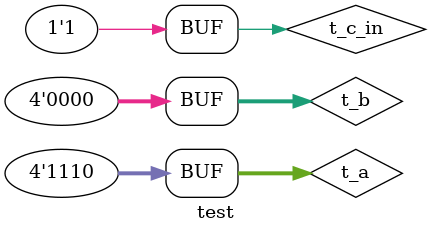
<source format=v>
module anda(s, c, a, b);
input a, b;
output s, c;
xor(s,a,b);
and(c,a,b);
endmodule


module amar(s,c,a,b,c_in);
input a,b,c_in;
output s,c;
wire s1,c1,c2;
anda ab(s1,c1,a,b);
anda bc(s,c2,s1,c_in);
or(c,c1,c2);
endmodule

module ripple_carry_adder(q,c,a,b,c_in);
input [3:0] a,b;
input c_in;
output [3:0] q,c; 
amar w(q[0],c[0],a[0],b[0],c_in);
amar x(q[1],c[1],a[1],b[1],c[0]);
amar y(q[2],c[2],a[2],b[2],c[1]);
amar z(q[3],c[3],a[3],b[3],c[2]);
endmodule

module test;
wire [3:0] t_c, t_q;
reg [3:0] t_a,t_b;
reg t_c_in;
ripple_carry_adder an(.q(t_q), .c(t_c), .a(t_a), .b(t_b), .c_in(t_c_in));
initial begin

$monitor(t_q);

t_a = 4'b0100;
t_b = 4'b0000;
t_c_in = 1'b1;

#5
t_a = 4'b0101;
t_b = 4'b0101;
t_c_in = 1'b0;
#10
t_a = 4'b1110;
t_b = 4'b0000;
t_c_in = 1'b1;
end
endmodule

</source>
